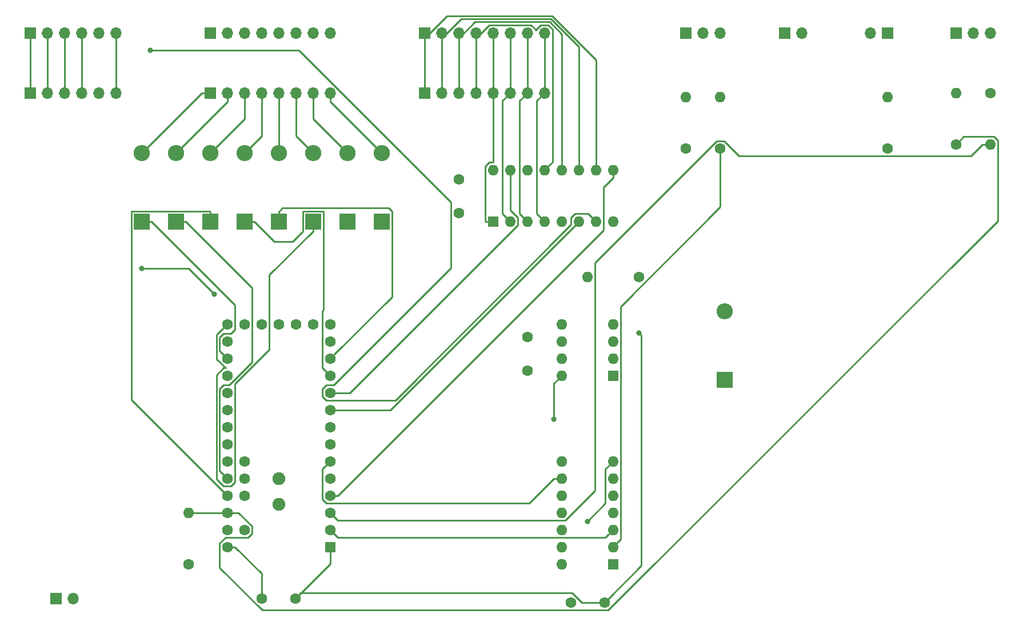
<source format=gbr>
G04 #@! TF.GenerationSoftware,KiCad,Pcbnew,(5.1.5)-3*
G04 #@! TF.CreationDate,2020-04-18T11:13:35+02:00*
G04 #@! TF.ProjectId,KorgPoly61_TeensyMidi,4b6f7267-506f-46c7-9936-315f5465656e,rev?*
G04 #@! TF.SameCoordinates,Original*
G04 #@! TF.FileFunction,Copper,L1,Top*
G04 #@! TF.FilePolarity,Positive*
%FSLAX46Y46*%
G04 Gerber Fmt 4.6, Leading zero omitted, Abs format (unit mm)*
G04 Created by KiCad (PCBNEW (5.1.5)-3) date 2020-04-18 11:13:35*
%MOMM*%
%LPD*%
G04 APERTURE LIST*
%ADD10C,1.900000*%
%ADD11R,1.600000X1.600000*%
%ADD12C,1.600000*%
%ADD13O,1.600000X1.600000*%
%ADD14O,1.700000X1.700000*%
%ADD15R,1.700000X1.700000*%
%ADD16O,2.400000X2.400000*%
%ADD17R,2.400000X2.400000*%
%ADD18C,0.800000*%
%ADD19C,0.250000*%
G04 APERTURE END LIST*
D10*
X101600000Y-82550000D03*
X101600000Y-78740000D03*
D11*
X109220000Y-88900000D03*
D12*
X109220000Y-86360000D03*
X109220000Y-83820000D03*
X109220000Y-81280000D03*
X109220000Y-78740000D03*
X109220000Y-76200000D03*
X109220000Y-73660000D03*
X109220000Y-71120000D03*
X109220000Y-68580000D03*
X109220000Y-66040000D03*
X109220000Y-63500000D03*
X109220000Y-60960000D03*
X109220000Y-58420000D03*
X96520000Y-76200000D03*
X96520000Y-78740000D03*
X96520000Y-81280000D03*
X96520000Y-86360000D03*
X93980000Y-88900000D03*
X93980000Y-86360000D03*
X93980000Y-83820000D03*
X93980000Y-81280000D03*
X93980000Y-78740000D03*
X93980000Y-76200000D03*
X93980000Y-73660000D03*
X93980000Y-71120000D03*
X93980000Y-68580000D03*
X93980000Y-66040000D03*
X93980000Y-63500000D03*
X93980000Y-60960000D03*
X93980000Y-58420000D03*
X109220000Y-55880000D03*
X106680000Y-55880000D03*
X104140000Y-55880000D03*
X93980000Y-55880000D03*
X96520000Y-55880000D03*
X99060000Y-55880000D03*
X101600000Y-55880000D03*
D13*
X143510000Y-63500000D03*
X151130000Y-55880000D03*
X143510000Y-60960000D03*
X151130000Y-58420000D03*
X143510000Y-58420000D03*
X151130000Y-60960000D03*
X143510000Y-55880000D03*
D11*
X151130000Y-63500000D03*
D13*
X167005000Y-22225000D03*
D12*
X167005000Y-29845000D03*
D13*
X161925000Y-22225000D03*
D12*
X161925000Y-29845000D03*
D13*
X207010000Y-29210000D03*
D12*
X207010000Y-21590000D03*
D13*
X201930000Y-21590000D03*
D12*
X201930000Y-29210000D03*
D13*
X147320000Y-48895000D03*
D12*
X154940000Y-48895000D03*
D13*
X88265000Y-83820000D03*
D12*
X88265000Y-91440000D03*
D13*
X191770000Y-22225000D03*
D12*
X191770000Y-29845000D03*
D13*
X143510000Y-91440000D03*
X151130000Y-76200000D03*
X143510000Y-88900000D03*
X151130000Y-78740000D03*
X143510000Y-86360000D03*
X151130000Y-81280000D03*
X143510000Y-83820000D03*
X151130000Y-83820000D03*
X143510000Y-81280000D03*
X151130000Y-86360000D03*
X143510000Y-78740000D03*
X151130000Y-88900000D03*
X143510000Y-76200000D03*
D11*
X151130000Y-91440000D03*
D13*
X133350000Y-33020000D03*
X151130000Y-40640000D03*
X135890000Y-33020000D03*
X148590000Y-40640000D03*
X138430000Y-33020000D03*
X146050000Y-40640000D03*
X140970000Y-33020000D03*
X143510000Y-40640000D03*
X143510000Y-33020000D03*
X140970000Y-40640000D03*
X146050000Y-33020000D03*
X138430000Y-40640000D03*
X148590000Y-33020000D03*
X135890000Y-40640000D03*
X151130000Y-33020000D03*
D11*
X133350000Y-40640000D03*
D14*
X179070000Y-12700000D03*
D15*
X176530000Y-12700000D03*
D14*
X167005000Y-12700000D03*
X164465000Y-12700000D03*
D15*
X161925000Y-12700000D03*
D14*
X207010000Y-12700000D03*
X204470000Y-12700000D03*
D15*
X201930000Y-12700000D03*
D14*
X189230000Y-12700000D03*
D15*
X191770000Y-12700000D03*
D14*
X71120000Y-96520000D03*
D15*
X68580000Y-96520000D03*
D14*
X77470000Y-21590000D03*
X74930000Y-21590000D03*
X72390000Y-21590000D03*
X69850000Y-21590000D03*
X67310000Y-21590000D03*
D15*
X64770000Y-21590000D03*
D14*
X77470000Y-12700000D03*
X74930000Y-12700000D03*
X72390000Y-12700000D03*
X69850000Y-12700000D03*
X67310000Y-12700000D03*
D15*
X64770000Y-12700000D03*
D14*
X140970000Y-12700000D03*
X138430000Y-12700000D03*
X135890000Y-12700000D03*
X133350000Y-12700000D03*
X130810000Y-12700000D03*
X128270000Y-12700000D03*
X125730000Y-12700000D03*
D15*
X123190000Y-12700000D03*
D14*
X140970000Y-21590000D03*
X138430000Y-21590000D03*
X135890000Y-21590000D03*
X133350000Y-21590000D03*
X130810000Y-21590000D03*
X128270000Y-21590000D03*
X125730000Y-21590000D03*
D15*
X123190000Y-21590000D03*
D14*
X109220000Y-12700000D03*
X106680000Y-12700000D03*
X104140000Y-12700000D03*
X101600000Y-12700000D03*
X99060000Y-12700000D03*
X96520000Y-12700000D03*
X93980000Y-12700000D03*
D15*
X91440000Y-12700000D03*
D14*
X109220000Y-21590000D03*
X106680000Y-21590000D03*
X104140000Y-21590000D03*
X101600000Y-21590000D03*
X99060000Y-21590000D03*
X96520000Y-21590000D03*
X93980000Y-21590000D03*
D15*
X91440000Y-21590000D03*
D16*
X167640000Y-53975000D03*
D17*
X167640000Y-64135000D03*
D16*
X116840000Y-30480000D03*
D17*
X116840000Y-40640000D03*
D16*
X111760000Y-30480000D03*
D17*
X111760000Y-40640000D03*
D16*
X106680000Y-30480000D03*
D17*
X106680000Y-40640000D03*
D16*
X101600000Y-30480000D03*
D17*
X101600000Y-40640000D03*
D16*
X96520000Y-30480000D03*
D17*
X96520000Y-40640000D03*
D16*
X91440000Y-30480000D03*
D17*
X91440000Y-40640000D03*
D16*
X86360000Y-30480000D03*
D17*
X86360000Y-40640000D03*
D16*
X81280000Y-30480000D03*
D17*
X81280000Y-40640000D03*
D12*
X144860000Y-97155000D03*
X149860000Y-97155000D03*
X138430000Y-62785000D03*
X138430000Y-57785000D03*
X128270000Y-34370000D03*
X128270000Y-39370000D03*
X104060000Y-96520000D03*
X99060000Y-96520000D03*
D18*
X147320000Y-85090000D03*
X154940000Y-57150000D03*
X154940000Y-57150000D03*
X142384999Y-69994999D03*
X92075000Y-51435000D03*
X81280000Y-47625000D03*
X82550000Y-15240000D03*
D19*
X109220000Y-91360000D02*
X104060000Y-96520000D01*
X109220000Y-88900000D02*
X109220000Y-91360000D01*
X104859999Y-95720001D02*
X104060000Y-96520000D01*
X145090003Y-95720001D02*
X104859999Y-95720001D01*
X146525002Y-97155000D02*
X145090003Y-95720001D01*
X149860000Y-97155000D02*
X146525002Y-97155000D01*
X150004999Y-77325001D02*
X150004999Y-82405001D01*
X151130000Y-76200000D02*
X150004999Y-77325001D01*
X150004999Y-82405001D02*
X147320000Y-85090000D01*
X147320000Y-85090000D02*
X147320000Y-85090000D01*
X155339999Y-91675001D02*
X150659999Y-96355001D01*
X150659999Y-96355001D02*
X149860000Y-97155000D01*
X155339999Y-57549999D02*
X155339999Y-91675001D01*
X154940000Y-57150000D02*
X155339999Y-57549999D01*
X95111370Y-88900000D02*
X99060000Y-92848630D01*
X99060000Y-92848630D02*
X99060000Y-95388630D01*
X93980000Y-88900000D02*
X95111370Y-88900000D01*
X99060000Y-95388630D02*
X99060000Y-96520000D01*
X142384999Y-64625001D02*
X143510000Y-63500000D01*
X142384999Y-69994999D02*
X142384999Y-64625001D01*
X90170000Y-21590000D02*
X81280000Y-30480000D01*
X91440000Y-21590000D02*
X90170000Y-21590000D01*
X92854999Y-59834999D02*
X93180001Y-60160001D01*
X93439999Y-57294999D02*
X92854999Y-57879999D01*
X94520001Y-57294999D02*
X93439999Y-57294999D01*
X95105001Y-56709999D02*
X94520001Y-57294999D01*
X93180001Y-60160001D02*
X93980000Y-60960000D01*
X95105001Y-53015001D02*
X95105001Y-56709999D01*
X82730000Y-40640000D02*
X95105001Y-53015001D01*
X92854999Y-57879999D02*
X92854999Y-59834999D01*
X81280000Y-40640000D02*
X82730000Y-40640000D01*
X93980000Y-22860000D02*
X86360000Y-30480000D01*
X93980000Y-21590000D02*
X93980000Y-22860000D01*
X93180001Y-77940001D02*
X93980000Y-78740000D01*
X92854999Y-65499999D02*
X92854999Y-77614999D01*
X93439999Y-64914999D02*
X92854999Y-65499999D01*
X92854999Y-77614999D02*
X93180001Y-77940001D01*
X94230003Y-64914999D02*
X93439999Y-64914999D01*
X97645001Y-61500001D02*
X94230003Y-64914999D01*
X97645001Y-50475001D02*
X97645001Y-61500001D01*
X87810000Y-40640000D02*
X97645001Y-50475001D01*
X86360000Y-40640000D02*
X87810000Y-40640000D01*
X96520000Y-25400000D02*
X91440000Y-30480000D01*
X96520000Y-21590000D02*
X96520000Y-25400000D01*
X93180001Y-80480001D02*
X93980000Y-81280000D01*
X79754999Y-67054999D02*
X93180001Y-80480001D01*
X79819999Y-39114999D02*
X79754999Y-39179999D01*
X91364999Y-39114999D02*
X79819999Y-39114999D01*
X91440000Y-39190000D02*
X91364999Y-39114999D01*
X79754999Y-39179999D02*
X79754999Y-67054999D01*
X91440000Y-40640000D02*
X91440000Y-39190000D01*
X99060000Y-27940000D02*
X96520000Y-30480000D01*
X99060000Y-21590000D02*
X99060000Y-27940000D01*
X108094999Y-53880001D02*
X108094999Y-62374999D01*
X108205001Y-53769999D02*
X108094999Y-53880001D01*
X108420001Y-62700001D02*
X109220000Y-63500000D01*
X108205001Y-39179999D02*
X108205001Y-53769999D01*
X108094999Y-62374999D02*
X108420001Y-62700001D01*
X108140001Y-39114999D02*
X108205001Y-39179999D01*
X105154999Y-39179999D02*
X105219999Y-39114999D01*
X105154999Y-42100001D02*
X105154999Y-39179999D01*
X100965000Y-43635000D02*
X103620000Y-43635000D01*
X103620000Y-43635000D02*
X105154999Y-42100001D01*
X97970000Y-40640000D02*
X100965000Y-43635000D01*
X105219999Y-39114999D02*
X108140001Y-39114999D01*
X96520000Y-40640000D02*
X97970000Y-40640000D01*
X101600000Y-21590000D02*
X101600000Y-30480000D01*
X110019999Y-60160001D02*
X109220000Y-60960000D01*
X118365001Y-51814999D02*
X110019999Y-60160001D01*
X118365001Y-39179999D02*
X118365001Y-51814999D01*
X117849991Y-38664989D02*
X118365001Y-39179999D01*
X102125011Y-38664989D02*
X117849991Y-38664989D01*
X101600000Y-39190000D02*
X102125011Y-38664989D01*
X101600000Y-40640000D02*
X101600000Y-39190000D01*
X104140000Y-27940000D02*
X106680000Y-30480000D01*
X104140000Y-21590000D02*
X104140000Y-27940000D01*
X92404990Y-61049992D02*
X92404990Y-57455010D01*
X93729997Y-62374999D02*
X92404990Y-61049992D01*
X93180001Y-56679999D02*
X93980000Y-55880000D01*
X93439999Y-62374999D02*
X93729997Y-62374999D01*
X92404989Y-63410009D02*
X93439999Y-62374999D01*
X92404989Y-78829991D02*
X92404989Y-63410009D01*
X93439999Y-79865001D02*
X92404989Y-78829991D01*
X95105001Y-79280001D02*
X94520001Y-79865001D01*
X95105001Y-64676411D02*
X95105001Y-79280001D01*
X92404990Y-57455010D02*
X93180001Y-56679999D01*
X100185001Y-59596411D02*
X95105001Y-64676411D01*
X100185001Y-48584999D02*
X100185001Y-59596411D01*
X106680000Y-42090000D02*
X100185001Y-48584999D01*
X94520001Y-79865001D02*
X93439999Y-79865001D01*
X106680000Y-40640000D02*
X106680000Y-42090000D01*
X106680000Y-25400000D02*
X111760000Y-30480000D01*
X106680000Y-21590000D02*
X106680000Y-25400000D01*
X109220000Y-22860000D02*
X116840000Y-30480000D01*
X109220000Y-21590000D02*
X109220000Y-22860000D01*
X140970000Y-12700000D02*
X140970000Y-21590000D01*
X140170001Y-39840001D02*
X140970000Y-40640000D01*
X139844999Y-39514999D02*
X140170001Y-39840001D01*
X139844999Y-22715001D02*
X139844999Y-39514999D01*
X140970000Y-21590000D02*
X139844999Y-22715001D01*
X138430000Y-12700000D02*
X138430000Y-21590000D01*
X137630001Y-39840001D02*
X138430000Y-40640000D01*
X137304999Y-39514999D02*
X137630001Y-39840001D01*
X137304999Y-22715001D02*
X137304999Y-39514999D01*
X138430000Y-21590000D02*
X137304999Y-22715001D01*
X135890000Y-12700000D02*
X135890000Y-21590000D01*
X135090001Y-39840001D02*
X135890000Y-40640000D01*
X134764999Y-22715001D02*
X134764999Y-39514999D01*
X134764999Y-39514999D02*
X135090001Y-39840001D01*
X135890000Y-21590000D02*
X134764999Y-22715001D01*
X133350000Y-12700000D02*
X133350000Y-21590000D01*
X133350000Y-21590000D02*
X133350000Y-31894999D01*
X132224999Y-32479999D02*
X132224999Y-40564999D01*
X132809999Y-31894999D02*
X132224999Y-32479999D01*
X132300000Y-40640000D02*
X133350000Y-40640000D01*
X132224999Y-40564999D02*
X132300000Y-40640000D01*
X133350000Y-31894999D02*
X132809999Y-31894999D01*
X130810000Y-12700000D02*
X130810000Y-21590000D01*
X142145001Y-12135999D02*
X142145001Y-31844999D01*
X141534001Y-11524999D02*
X142145001Y-12135999D01*
X140405999Y-11524999D02*
X141534001Y-11524999D01*
X139616296Y-12314702D02*
X140405999Y-11524999D01*
X142145001Y-31844999D02*
X141769999Y-32220001D01*
X138994001Y-11524999D02*
X139616296Y-12147294D01*
X141769999Y-32220001D02*
X140970000Y-33020000D01*
X132785999Y-11524999D02*
X138994001Y-11524999D01*
X130810000Y-13500998D02*
X132785999Y-11524999D01*
X139616296Y-12147294D02*
X139616296Y-12314702D01*
X130810000Y-21590000D02*
X130810000Y-13500998D01*
X128270000Y-12700000D02*
X128270000Y-21590000D01*
X143510000Y-31888630D02*
X143510000Y-33020000D01*
X143510000Y-12864588D02*
X143510000Y-31888630D01*
X141720402Y-11074990D02*
X143510000Y-12864588D01*
X130696008Y-11074990D02*
X141720402Y-11074990D01*
X128270000Y-13500998D02*
X130696008Y-11074990D01*
X128270000Y-21590000D02*
X128270000Y-13500998D01*
X125730000Y-12700000D02*
X125730000Y-21590000D01*
X146050000Y-14768178D02*
X146050000Y-31888630D01*
X146050000Y-31888630D02*
X146050000Y-33020000D01*
X141906803Y-10624981D02*
X146050000Y-14768178D01*
X128606017Y-10624981D02*
X141906803Y-10624981D01*
X125730000Y-13500998D02*
X128606017Y-10624981D01*
X125730000Y-21590000D02*
X125730000Y-13500998D01*
X123190000Y-12700000D02*
X123190000Y-21590000D01*
X148590000Y-31888630D02*
X148590000Y-33020000D01*
X148590000Y-16671768D02*
X148590000Y-31888630D01*
X126516026Y-10174972D02*
X142093204Y-10174972D01*
X123190000Y-13500998D02*
X126516026Y-10174972D01*
X142093204Y-10174972D02*
X148590000Y-16671768D01*
X123190000Y-21590000D02*
X123190000Y-13500998D01*
X77470000Y-12700000D02*
X77470000Y-21590000D01*
X108094999Y-77325001D02*
X108420001Y-76999999D01*
X108094999Y-81820001D02*
X108094999Y-77325001D01*
X108420001Y-76999999D02*
X109220000Y-76200000D01*
X108679999Y-82405001D02*
X108094999Y-81820001D01*
X138713629Y-82405001D02*
X108679999Y-82405001D01*
X142378630Y-78740000D02*
X138713629Y-82405001D01*
X143510000Y-78740000D02*
X142378630Y-78740000D01*
X72390000Y-12700000D02*
X72390000Y-21590000D01*
X69850000Y-12700000D02*
X69850000Y-21590000D01*
X67310000Y-12700000D02*
X67310000Y-21590000D01*
X64770000Y-12700000D02*
X64770000Y-21590000D01*
X93980000Y-83820000D02*
X88265000Y-83820000D01*
X95111370Y-83820000D02*
X93980000Y-83820000D01*
X97645001Y-85819999D02*
X95645002Y-83820000D01*
X97645001Y-86900001D02*
X97645001Y-85819999D01*
X93729997Y-87485001D02*
X97060001Y-87485001D01*
X92854999Y-91980001D02*
X92854999Y-88359999D01*
X97060001Y-87485001D02*
X97645001Y-86900001D01*
X99154999Y-98280001D02*
X92854999Y-91980001D01*
X150400001Y-98280001D02*
X99154999Y-98280001D01*
X92854999Y-88359999D02*
X93729997Y-87485001D01*
X208135001Y-40545001D02*
X150400001Y-98280001D01*
X95645002Y-83820000D02*
X95111370Y-83820000D01*
X208135001Y-28669999D02*
X208135001Y-40545001D01*
X207550001Y-28084999D02*
X208135001Y-28669999D01*
X203055001Y-28084999D02*
X207550001Y-28084999D01*
X201930000Y-29210000D02*
X203055001Y-28084999D01*
X150330001Y-87159999D02*
X151130000Y-86360000D01*
X150004999Y-87485001D02*
X150330001Y-87159999D01*
X110345001Y-87485001D02*
X150004999Y-87485001D01*
X109220000Y-86360000D02*
X110345001Y-87485001D01*
X144050001Y-84945001D02*
X110345001Y-84945001D01*
X148445001Y-46739997D02*
X148445001Y-80550001D01*
X166464999Y-28719999D02*
X148445001Y-46739997D01*
X169795003Y-30970001D02*
X167545001Y-28719999D01*
X204118629Y-30970001D02*
X169795003Y-30970001D01*
X148445001Y-80550001D02*
X144050001Y-84945001D01*
X205878630Y-29210000D02*
X204118629Y-30970001D01*
X110019999Y-84619999D02*
X109220000Y-83820000D01*
X110345001Y-84945001D02*
X110019999Y-84619999D01*
X167545001Y-28719999D02*
X166464999Y-28719999D01*
X207010000Y-29210000D02*
X205878630Y-29210000D01*
X152255001Y-53245001D02*
X152255001Y-87774999D01*
X167005000Y-38495002D02*
X152255001Y-53245001D01*
X151929999Y-88100001D02*
X151130000Y-88900000D01*
X152255001Y-87774999D02*
X151929999Y-88100001D01*
X167005000Y-29845000D02*
X167005000Y-38495002D01*
X110351370Y-81280000D02*
X109220000Y-81280000D01*
X149715001Y-35566369D02*
X149715001Y-41916369D01*
X149715001Y-41916369D02*
X110351370Y-81280000D01*
X151130000Y-34151370D02*
X149715001Y-35566369D01*
X151130000Y-33020000D02*
X151130000Y-34151370D01*
X118110000Y-68580000D02*
X109220000Y-68580000D01*
X146050000Y-40640000D02*
X118110000Y-68580000D01*
X110351370Y-66040000D02*
X109220000Y-66040000D01*
X112155002Y-66040000D02*
X110351370Y-66040000D01*
X137015001Y-41180001D02*
X112155002Y-66040000D01*
X137015001Y-40099999D02*
X137015001Y-41180001D01*
X135890000Y-38974998D02*
X137015001Y-40099999D01*
X135890000Y-33020000D02*
X135890000Y-38974998D01*
X92075000Y-51435000D02*
X88265000Y-47625000D01*
X88265000Y-47625000D02*
X81280000Y-47625000D01*
X81280000Y-47625000D02*
X81280000Y-47625000D01*
X147790001Y-39840001D02*
X148590000Y-40640000D01*
X147464999Y-39514999D02*
X147790001Y-39840001D01*
X145509999Y-39514999D02*
X147464999Y-39514999D01*
X144924999Y-40099999D02*
X145509999Y-39514999D01*
X144924999Y-41128591D02*
X144924999Y-40099999D01*
X118888589Y-67165001D02*
X144924999Y-41128591D01*
X108094999Y-65499999D02*
X108094999Y-66580001D01*
X108094999Y-66580001D02*
X108679999Y-67165001D01*
X108679999Y-64914999D02*
X108094999Y-65499999D01*
X109760001Y-64914999D02*
X108679999Y-64914999D01*
X127144999Y-47530001D02*
X109760001Y-64914999D01*
X127144999Y-37775997D02*
X127144999Y-47530001D01*
X104609002Y-15240000D02*
X127144999Y-37775997D01*
X108679999Y-67165001D02*
X118888589Y-67165001D01*
X82550000Y-15240000D02*
X104609002Y-15240000D01*
M02*

</source>
